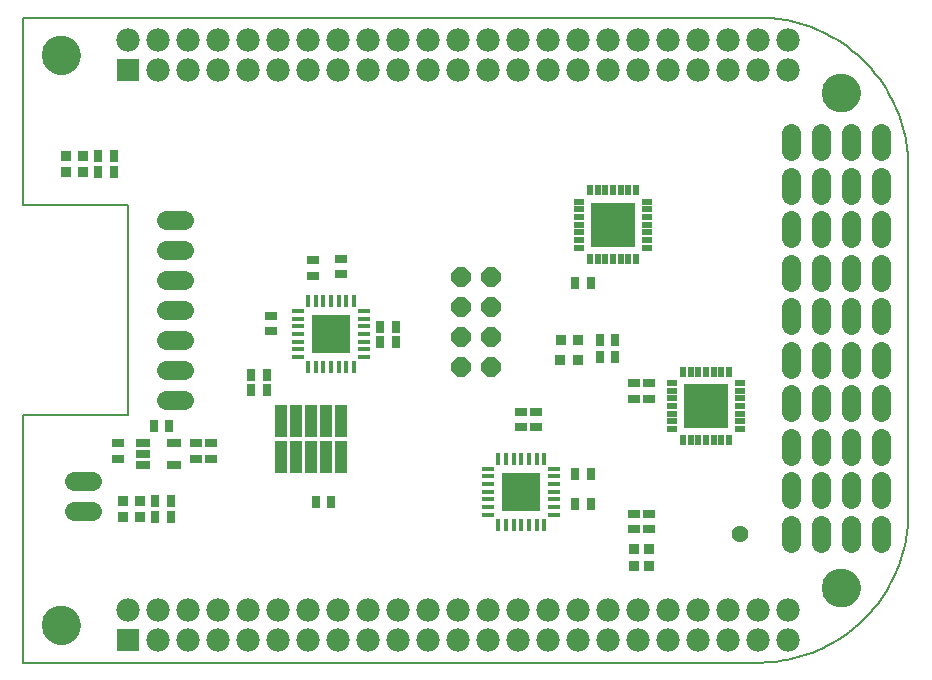
<source format=gts>
G75*
%MOIN*%
%OFA0B0*%
%FSLAX25Y25*%
%IPPOS*%
%LPD*%
%AMOC8*
5,1,8,0,0,1.08239X$1,22.5*
%
%ADD10C,0.00800*%
%ADD11C,0.06337*%
%ADD12R,0.03943X0.03156*%
%ADD13R,0.03156X0.03943*%
%ADD14R,0.03550X0.03550*%
%ADD15R,0.01800X0.04400*%
%ADD16R,0.04400X0.01800*%
%ADD17R,0.12500X0.12500*%
%ADD18R,0.03900X0.10900*%
%ADD19R,0.05124X0.02565*%
%ADD20C,0.00000*%
%ADD21C,0.12900*%
%ADD22R,0.07800X0.07800*%
%ADD23C,0.07800*%
%ADD24R,0.02100X0.03600*%
%ADD25R,0.03600X0.02100*%
%ADD26R,0.15000X0.15000*%
%ADD27C,0.06400*%
%ADD28OC8,0.06400*%
%ADD29C,0.05650*%
D10*
X0055400Y0026400D02*
X0300400Y0026400D01*
X0301608Y0026415D01*
X0302816Y0026458D01*
X0304022Y0026531D01*
X0305226Y0026633D01*
X0306427Y0026765D01*
X0307624Y0026925D01*
X0308818Y0027114D01*
X0310006Y0027331D01*
X0311189Y0027578D01*
X0312366Y0027853D01*
X0313535Y0028156D01*
X0314697Y0028488D01*
X0315851Y0028847D01*
X0316995Y0029234D01*
X0318130Y0029649D01*
X0319255Y0030091D01*
X0320368Y0030560D01*
X0321470Y0031056D01*
X0322560Y0031579D01*
X0323636Y0032127D01*
X0324699Y0032702D01*
X0325748Y0033302D01*
X0326782Y0033927D01*
X0327801Y0034576D01*
X0328803Y0035251D01*
X0329789Y0035949D01*
X0330758Y0036671D01*
X0331709Y0037416D01*
X0332642Y0038184D01*
X0333556Y0038974D01*
X0334451Y0039787D01*
X0335326Y0040620D01*
X0336180Y0041474D01*
X0337013Y0042349D01*
X0337826Y0043244D01*
X0338616Y0044158D01*
X0339384Y0045091D01*
X0340129Y0046042D01*
X0340851Y0047011D01*
X0341549Y0047997D01*
X0342224Y0048999D01*
X0342873Y0050018D01*
X0343498Y0051052D01*
X0344098Y0052101D01*
X0344673Y0053164D01*
X0345221Y0054240D01*
X0345744Y0055330D01*
X0346240Y0056432D01*
X0346709Y0057545D01*
X0347151Y0058670D01*
X0347566Y0059805D01*
X0347953Y0060949D01*
X0348312Y0062103D01*
X0348644Y0063265D01*
X0348947Y0064434D01*
X0349222Y0065611D01*
X0349469Y0066794D01*
X0349686Y0067982D01*
X0349875Y0069176D01*
X0350035Y0070373D01*
X0350167Y0071574D01*
X0350269Y0072778D01*
X0350342Y0073984D01*
X0350385Y0075192D01*
X0350400Y0076400D01*
X0350400Y0191400D01*
X0350385Y0192608D01*
X0350342Y0193816D01*
X0350269Y0195022D01*
X0350167Y0196226D01*
X0350035Y0197427D01*
X0349875Y0198624D01*
X0349686Y0199818D01*
X0349469Y0201006D01*
X0349222Y0202189D01*
X0348947Y0203366D01*
X0348644Y0204535D01*
X0348312Y0205697D01*
X0347953Y0206851D01*
X0347566Y0207995D01*
X0347151Y0209130D01*
X0346709Y0210255D01*
X0346240Y0211368D01*
X0345744Y0212470D01*
X0345221Y0213560D01*
X0344673Y0214636D01*
X0344098Y0215699D01*
X0343498Y0216748D01*
X0342873Y0217782D01*
X0342224Y0218801D01*
X0341549Y0219803D01*
X0340851Y0220789D01*
X0340129Y0221758D01*
X0339384Y0222709D01*
X0338616Y0223642D01*
X0337826Y0224556D01*
X0337013Y0225451D01*
X0336180Y0226326D01*
X0335326Y0227180D01*
X0334451Y0228013D01*
X0333556Y0228826D01*
X0332642Y0229616D01*
X0331709Y0230384D01*
X0330758Y0231129D01*
X0329789Y0231851D01*
X0328803Y0232549D01*
X0327801Y0233224D01*
X0326782Y0233873D01*
X0325748Y0234498D01*
X0324699Y0235098D01*
X0323636Y0235673D01*
X0322560Y0236221D01*
X0321470Y0236744D01*
X0320368Y0237240D01*
X0319255Y0237709D01*
X0318130Y0238151D01*
X0316995Y0238566D01*
X0315851Y0238953D01*
X0314697Y0239312D01*
X0313535Y0239644D01*
X0312366Y0239947D01*
X0311189Y0240222D01*
X0310006Y0240469D01*
X0308818Y0240686D01*
X0307624Y0240875D01*
X0306427Y0241035D01*
X0305226Y0241167D01*
X0304022Y0241269D01*
X0302816Y0241342D01*
X0301608Y0241385D01*
X0300400Y0241400D01*
X0055400Y0241400D01*
X0055400Y0178900D01*
X0090400Y0178900D01*
X0090400Y0108900D01*
X0055400Y0108900D01*
X0055400Y0026400D01*
D11*
X0102931Y0113900D02*
X0108869Y0113900D01*
X0108869Y0123900D02*
X0102931Y0123900D01*
X0102931Y0133900D02*
X0108869Y0133900D01*
X0108869Y0143900D02*
X0102931Y0143900D01*
X0102931Y0153900D02*
X0108869Y0153900D01*
X0108869Y0163900D02*
X0102931Y0163900D01*
X0102931Y0173900D02*
X0108869Y0173900D01*
D12*
X0151900Y0160459D03*
X0151900Y0155341D03*
X0161400Y0155841D03*
X0161400Y0160959D03*
X0137900Y0141959D03*
X0137900Y0136841D03*
X0117900Y0099459D03*
X0112900Y0099459D03*
X0112900Y0094341D03*
X0117900Y0094341D03*
X0086900Y0094341D03*
X0086900Y0099459D03*
X0221400Y0104841D03*
X0226400Y0104841D03*
X0226400Y0109959D03*
X0221400Y0109959D03*
X0258900Y0114341D03*
X0263900Y0114341D03*
X0263900Y0119459D03*
X0258900Y0119459D03*
X0258900Y0075959D03*
X0263900Y0075959D03*
X0263900Y0070841D03*
X0258900Y0070841D03*
D13*
X0244459Y0079400D03*
X0239341Y0079400D03*
X0239341Y0089400D03*
X0244459Y0089400D03*
X0247591Y0128150D03*
X0252709Y0128150D03*
X0252709Y0133900D03*
X0247591Y0133900D03*
X0244459Y0152900D03*
X0239341Y0152900D03*
X0179459Y0138400D03*
X0174341Y0138400D03*
X0174341Y0133400D03*
X0179459Y0133400D03*
X0136459Y0122400D03*
X0131341Y0122400D03*
X0131341Y0117400D03*
X0136459Y0117400D03*
X0103959Y0105400D03*
X0098841Y0105400D03*
X0099341Y0080400D03*
X0104459Y0080400D03*
X0104459Y0074900D03*
X0099341Y0074900D03*
X0152841Y0079900D03*
X0157959Y0079900D03*
X0085459Y0189900D03*
X0080341Y0189900D03*
X0080341Y0195400D03*
X0085459Y0195400D03*
D14*
X0075353Y0195400D03*
X0069447Y0195400D03*
X0069447Y0189900D03*
X0075353Y0189900D03*
X0088447Y0080400D03*
X0088447Y0074900D03*
X0094353Y0074900D03*
X0094353Y0080400D03*
X0234197Y0127150D03*
X0240103Y0127150D03*
X0240353Y0133900D03*
X0234447Y0133900D03*
X0258900Y0064353D03*
X0263900Y0064353D03*
X0263900Y0058447D03*
X0258900Y0058447D03*
D15*
X0229100Y0072400D03*
X0226500Y0072400D03*
X0224000Y0072400D03*
X0221400Y0072400D03*
X0218800Y0072400D03*
X0216300Y0072400D03*
X0213700Y0072400D03*
X0213700Y0094400D03*
X0216300Y0094400D03*
X0218800Y0094400D03*
X0221400Y0094400D03*
X0224000Y0094400D03*
X0226500Y0094400D03*
X0229100Y0094400D03*
X0165600Y0124900D03*
X0163000Y0124900D03*
X0160500Y0124900D03*
X0157900Y0124900D03*
X0155300Y0124900D03*
X0152800Y0124900D03*
X0150200Y0124900D03*
X0150200Y0146900D03*
X0152800Y0146900D03*
X0155300Y0146900D03*
X0157900Y0146900D03*
X0160500Y0146900D03*
X0163000Y0146900D03*
X0165600Y0146900D03*
D16*
X0168900Y0143600D03*
X0168900Y0141000D03*
X0168900Y0138500D03*
X0168900Y0135900D03*
X0168900Y0133300D03*
X0168900Y0130800D03*
X0168900Y0128200D03*
X0146900Y0128200D03*
X0146900Y0130800D03*
X0146900Y0133300D03*
X0146900Y0135900D03*
X0146900Y0138500D03*
X0146900Y0141000D03*
X0146900Y0143600D03*
X0210400Y0091100D03*
X0210400Y0088500D03*
X0210400Y0086000D03*
X0210400Y0083400D03*
X0210400Y0080800D03*
X0210400Y0078300D03*
X0210400Y0075700D03*
X0232400Y0075700D03*
X0232400Y0078300D03*
X0232400Y0080800D03*
X0232400Y0083400D03*
X0232400Y0086000D03*
X0232400Y0088500D03*
X0232400Y0091100D03*
D17*
X0221400Y0083400D03*
X0157900Y0135900D03*
D18*
X0156400Y0106900D03*
X0151400Y0106900D03*
X0146400Y0106900D03*
X0141400Y0106900D03*
X0141400Y0094900D03*
X0146400Y0094900D03*
X0151400Y0094900D03*
X0156400Y0094900D03*
X0161400Y0094900D03*
X0161400Y0106900D03*
D19*
X0105518Y0099640D03*
X0105518Y0092160D03*
X0095282Y0092160D03*
X0095282Y0095900D03*
X0095282Y0099640D03*
D20*
X0061650Y0038900D02*
X0061652Y0039058D01*
X0061658Y0039215D01*
X0061668Y0039373D01*
X0061682Y0039530D01*
X0061700Y0039686D01*
X0061721Y0039843D01*
X0061747Y0039998D01*
X0061777Y0040153D01*
X0061810Y0040307D01*
X0061848Y0040460D01*
X0061889Y0040613D01*
X0061934Y0040764D01*
X0061983Y0040914D01*
X0062036Y0041062D01*
X0062092Y0041210D01*
X0062153Y0041355D01*
X0062216Y0041500D01*
X0062284Y0041642D01*
X0062355Y0041783D01*
X0062429Y0041922D01*
X0062507Y0042059D01*
X0062589Y0042194D01*
X0062673Y0042327D01*
X0062762Y0042458D01*
X0062853Y0042586D01*
X0062948Y0042713D01*
X0063045Y0042836D01*
X0063146Y0042958D01*
X0063250Y0043076D01*
X0063357Y0043192D01*
X0063467Y0043305D01*
X0063579Y0043416D01*
X0063695Y0043523D01*
X0063813Y0043628D01*
X0063933Y0043730D01*
X0064056Y0043828D01*
X0064182Y0043924D01*
X0064310Y0044016D01*
X0064440Y0044105D01*
X0064572Y0044191D01*
X0064707Y0044273D01*
X0064844Y0044352D01*
X0064982Y0044427D01*
X0065122Y0044499D01*
X0065265Y0044567D01*
X0065408Y0044632D01*
X0065554Y0044693D01*
X0065701Y0044750D01*
X0065849Y0044804D01*
X0065999Y0044854D01*
X0066149Y0044900D01*
X0066301Y0044942D01*
X0066454Y0044981D01*
X0066608Y0045015D01*
X0066763Y0045046D01*
X0066918Y0045072D01*
X0067074Y0045095D01*
X0067231Y0045114D01*
X0067388Y0045129D01*
X0067545Y0045140D01*
X0067703Y0045147D01*
X0067861Y0045150D01*
X0068018Y0045149D01*
X0068176Y0045144D01*
X0068333Y0045135D01*
X0068491Y0045122D01*
X0068647Y0045105D01*
X0068804Y0045084D01*
X0068959Y0045060D01*
X0069114Y0045031D01*
X0069269Y0044998D01*
X0069422Y0044962D01*
X0069575Y0044921D01*
X0069726Y0044877D01*
X0069876Y0044829D01*
X0070025Y0044778D01*
X0070173Y0044722D01*
X0070319Y0044663D01*
X0070464Y0044600D01*
X0070607Y0044533D01*
X0070748Y0044463D01*
X0070887Y0044390D01*
X0071025Y0044313D01*
X0071161Y0044232D01*
X0071294Y0044148D01*
X0071425Y0044061D01*
X0071554Y0043970D01*
X0071681Y0043876D01*
X0071806Y0043779D01*
X0071927Y0043679D01*
X0072047Y0043576D01*
X0072163Y0043470D01*
X0072277Y0043361D01*
X0072389Y0043249D01*
X0072497Y0043135D01*
X0072602Y0043017D01*
X0072705Y0042897D01*
X0072804Y0042775D01*
X0072900Y0042650D01*
X0072993Y0042522D01*
X0073083Y0042393D01*
X0073169Y0042261D01*
X0073253Y0042127D01*
X0073332Y0041991D01*
X0073409Y0041853D01*
X0073481Y0041713D01*
X0073550Y0041571D01*
X0073616Y0041428D01*
X0073678Y0041283D01*
X0073736Y0041136D01*
X0073791Y0040988D01*
X0073842Y0040839D01*
X0073889Y0040688D01*
X0073932Y0040537D01*
X0073971Y0040384D01*
X0074007Y0040230D01*
X0074038Y0040076D01*
X0074066Y0039921D01*
X0074090Y0039765D01*
X0074110Y0039608D01*
X0074126Y0039451D01*
X0074138Y0039294D01*
X0074146Y0039137D01*
X0074150Y0038979D01*
X0074150Y0038821D01*
X0074146Y0038663D01*
X0074138Y0038506D01*
X0074126Y0038349D01*
X0074110Y0038192D01*
X0074090Y0038035D01*
X0074066Y0037879D01*
X0074038Y0037724D01*
X0074007Y0037570D01*
X0073971Y0037416D01*
X0073932Y0037263D01*
X0073889Y0037112D01*
X0073842Y0036961D01*
X0073791Y0036812D01*
X0073736Y0036664D01*
X0073678Y0036517D01*
X0073616Y0036372D01*
X0073550Y0036229D01*
X0073481Y0036087D01*
X0073409Y0035947D01*
X0073332Y0035809D01*
X0073253Y0035673D01*
X0073169Y0035539D01*
X0073083Y0035407D01*
X0072993Y0035278D01*
X0072900Y0035150D01*
X0072804Y0035025D01*
X0072705Y0034903D01*
X0072602Y0034783D01*
X0072497Y0034665D01*
X0072389Y0034551D01*
X0072277Y0034439D01*
X0072163Y0034330D01*
X0072047Y0034224D01*
X0071927Y0034121D01*
X0071806Y0034021D01*
X0071681Y0033924D01*
X0071554Y0033830D01*
X0071425Y0033739D01*
X0071294Y0033652D01*
X0071161Y0033568D01*
X0071025Y0033487D01*
X0070887Y0033410D01*
X0070748Y0033337D01*
X0070607Y0033267D01*
X0070464Y0033200D01*
X0070319Y0033137D01*
X0070173Y0033078D01*
X0070025Y0033022D01*
X0069876Y0032971D01*
X0069726Y0032923D01*
X0069575Y0032879D01*
X0069422Y0032838D01*
X0069269Y0032802D01*
X0069114Y0032769D01*
X0068959Y0032740D01*
X0068804Y0032716D01*
X0068647Y0032695D01*
X0068491Y0032678D01*
X0068333Y0032665D01*
X0068176Y0032656D01*
X0068018Y0032651D01*
X0067861Y0032650D01*
X0067703Y0032653D01*
X0067545Y0032660D01*
X0067388Y0032671D01*
X0067231Y0032686D01*
X0067074Y0032705D01*
X0066918Y0032728D01*
X0066763Y0032754D01*
X0066608Y0032785D01*
X0066454Y0032819D01*
X0066301Y0032858D01*
X0066149Y0032900D01*
X0065999Y0032946D01*
X0065849Y0032996D01*
X0065701Y0033050D01*
X0065554Y0033107D01*
X0065408Y0033168D01*
X0065265Y0033233D01*
X0065122Y0033301D01*
X0064982Y0033373D01*
X0064844Y0033448D01*
X0064707Y0033527D01*
X0064572Y0033609D01*
X0064440Y0033695D01*
X0064310Y0033784D01*
X0064182Y0033876D01*
X0064056Y0033972D01*
X0063933Y0034070D01*
X0063813Y0034172D01*
X0063695Y0034277D01*
X0063579Y0034384D01*
X0063467Y0034495D01*
X0063357Y0034608D01*
X0063250Y0034724D01*
X0063146Y0034842D01*
X0063045Y0034964D01*
X0062948Y0035087D01*
X0062853Y0035214D01*
X0062762Y0035342D01*
X0062673Y0035473D01*
X0062589Y0035606D01*
X0062507Y0035741D01*
X0062429Y0035878D01*
X0062355Y0036017D01*
X0062284Y0036158D01*
X0062216Y0036300D01*
X0062153Y0036445D01*
X0062092Y0036590D01*
X0062036Y0036738D01*
X0061983Y0036886D01*
X0061934Y0037036D01*
X0061889Y0037187D01*
X0061848Y0037340D01*
X0061810Y0037493D01*
X0061777Y0037647D01*
X0061747Y0037802D01*
X0061721Y0037957D01*
X0061700Y0038114D01*
X0061682Y0038270D01*
X0061668Y0038427D01*
X0061658Y0038585D01*
X0061652Y0038742D01*
X0061650Y0038900D01*
X0061650Y0228900D02*
X0061652Y0229058D01*
X0061658Y0229215D01*
X0061668Y0229373D01*
X0061682Y0229530D01*
X0061700Y0229686D01*
X0061721Y0229843D01*
X0061747Y0229998D01*
X0061777Y0230153D01*
X0061810Y0230307D01*
X0061848Y0230460D01*
X0061889Y0230613D01*
X0061934Y0230764D01*
X0061983Y0230914D01*
X0062036Y0231062D01*
X0062092Y0231210D01*
X0062153Y0231355D01*
X0062216Y0231500D01*
X0062284Y0231642D01*
X0062355Y0231783D01*
X0062429Y0231922D01*
X0062507Y0232059D01*
X0062589Y0232194D01*
X0062673Y0232327D01*
X0062762Y0232458D01*
X0062853Y0232586D01*
X0062948Y0232713D01*
X0063045Y0232836D01*
X0063146Y0232958D01*
X0063250Y0233076D01*
X0063357Y0233192D01*
X0063467Y0233305D01*
X0063579Y0233416D01*
X0063695Y0233523D01*
X0063813Y0233628D01*
X0063933Y0233730D01*
X0064056Y0233828D01*
X0064182Y0233924D01*
X0064310Y0234016D01*
X0064440Y0234105D01*
X0064572Y0234191D01*
X0064707Y0234273D01*
X0064844Y0234352D01*
X0064982Y0234427D01*
X0065122Y0234499D01*
X0065265Y0234567D01*
X0065408Y0234632D01*
X0065554Y0234693D01*
X0065701Y0234750D01*
X0065849Y0234804D01*
X0065999Y0234854D01*
X0066149Y0234900D01*
X0066301Y0234942D01*
X0066454Y0234981D01*
X0066608Y0235015D01*
X0066763Y0235046D01*
X0066918Y0235072D01*
X0067074Y0235095D01*
X0067231Y0235114D01*
X0067388Y0235129D01*
X0067545Y0235140D01*
X0067703Y0235147D01*
X0067861Y0235150D01*
X0068018Y0235149D01*
X0068176Y0235144D01*
X0068333Y0235135D01*
X0068491Y0235122D01*
X0068647Y0235105D01*
X0068804Y0235084D01*
X0068959Y0235060D01*
X0069114Y0235031D01*
X0069269Y0234998D01*
X0069422Y0234962D01*
X0069575Y0234921D01*
X0069726Y0234877D01*
X0069876Y0234829D01*
X0070025Y0234778D01*
X0070173Y0234722D01*
X0070319Y0234663D01*
X0070464Y0234600D01*
X0070607Y0234533D01*
X0070748Y0234463D01*
X0070887Y0234390D01*
X0071025Y0234313D01*
X0071161Y0234232D01*
X0071294Y0234148D01*
X0071425Y0234061D01*
X0071554Y0233970D01*
X0071681Y0233876D01*
X0071806Y0233779D01*
X0071927Y0233679D01*
X0072047Y0233576D01*
X0072163Y0233470D01*
X0072277Y0233361D01*
X0072389Y0233249D01*
X0072497Y0233135D01*
X0072602Y0233017D01*
X0072705Y0232897D01*
X0072804Y0232775D01*
X0072900Y0232650D01*
X0072993Y0232522D01*
X0073083Y0232393D01*
X0073169Y0232261D01*
X0073253Y0232127D01*
X0073332Y0231991D01*
X0073409Y0231853D01*
X0073481Y0231713D01*
X0073550Y0231571D01*
X0073616Y0231428D01*
X0073678Y0231283D01*
X0073736Y0231136D01*
X0073791Y0230988D01*
X0073842Y0230839D01*
X0073889Y0230688D01*
X0073932Y0230537D01*
X0073971Y0230384D01*
X0074007Y0230230D01*
X0074038Y0230076D01*
X0074066Y0229921D01*
X0074090Y0229765D01*
X0074110Y0229608D01*
X0074126Y0229451D01*
X0074138Y0229294D01*
X0074146Y0229137D01*
X0074150Y0228979D01*
X0074150Y0228821D01*
X0074146Y0228663D01*
X0074138Y0228506D01*
X0074126Y0228349D01*
X0074110Y0228192D01*
X0074090Y0228035D01*
X0074066Y0227879D01*
X0074038Y0227724D01*
X0074007Y0227570D01*
X0073971Y0227416D01*
X0073932Y0227263D01*
X0073889Y0227112D01*
X0073842Y0226961D01*
X0073791Y0226812D01*
X0073736Y0226664D01*
X0073678Y0226517D01*
X0073616Y0226372D01*
X0073550Y0226229D01*
X0073481Y0226087D01*
X0073409Y0225947D01*
X0073332Y0225809D01*
X0073253Y0225673D01*
X0073169Y0225539D01*
X0073083Y0225407D01*
X0072993Y0225278D01*
X0072900Y0225150D01*
X0072804Y0225025D01*
X0072705Y0224903D01*
X0072602Y0224783D01*
X0072497Y0224665D01*
X0072389Y0224551D01*
X0072277Y0224439D01*
X0072163Y0224330D01*
X0072047Y0224224D01*
X0071927Y0224121D01*
X0071806Y0224021D01*
X0071681Y0223924D01*
X0071554Y0223830D01*
X0071425Y0223739D01*
X0071294Y0223652D01*
X0071161Y0223568D01*
X0071025Y0223487D01*
X0070887Y0223410D01*
X0070748Y0223337D01*
X0070607Y0223267D01*
X0070464Y0223200D01*
X0070319Y0223137D01*
X0070173Y0223078D01*
X0070025Y0223022D01*
X0069876Y0222971D01*
X0069726Y0222923D01*
X0069575Y0222879D01*
X0069422Y0222838D01*
X0069269Y0222802D01*
X0069114Y0222769D01*
X0068959Y0222740D01*
X0068804Y0222716D01*
X0068647Y0222695D01*
X0068491Y0222678D01*
X0068333Y0222665D01*
X0068176Y0222656D01*
X0068018Y0222651D01*
X0067861Y0222650D01*
X0067703Y0222653D01*
X0067545Y0222660D01*
X0067388Y0222671D01*
X0067231Y0222686D01*
X0067074Y0222705D01*
X0066918Y0222728D01*
X0066763Y0222754D01*
X0066608Y0222785D01*
X0066454Y0222819D01*
X0066301Y0222858D01*
X0066149Y0222900D01*
X0065999Y0222946D01*
X0065849Y0222996D01*
X0065701Y0223050D01*
X0065554Y0223107D01*
X0065408Y0223168D01*
X0065265Y0223233D01*
X0065122Y0223301D01*
X0064982Y0223373D01*
X0064844Y0223448D01*
X0064707Y0223527D01*
X0064572Y0223609D01*
X0064440Y0223695D01*
X0064310Y0223784D01*
X0064182Y0223876D01*
X0064056Y0223972D01*
X0063933Y0224070D01*
X0063813Y0224172D01*
X0063695Y0224277D01*
X0063579Y0224384D01*
X0063467Y0224495D01*
X0063357Y0224608D01*
X0063250Y0224724D01*
X0063146Y0224842D01*
X0063045Y0224964D01*
X0062948Y0225087D01*
X0062853Y0225214D01*
X0062762Y0225342D01*
X0062673Y0225473D01*
X0062589Y0225606D01*
X0062507Y0225741D01*
X0062429Y0225878D01*
X0062355Y0226017D01*
X0062284Y0226158D01*
X0062216Y0226300D01*
X0062153Y0226445D01*
X0062092Y0226590D01*
X0062036Y0226738D01*
X0061983Y0226886D01*
X0061934Y0227036D01*
X0061889Y0227187D01*
X0061848Y0227340D01*
X0061810Y0227493D01*
X0061777Y0227647D01*
X0061747Y0227802D01*
X0061721Y0227957D01*
X0061700Y0228114D01*
X0061682Y0228270D01*
X0061668Y0228427D01*
X0061658Y0228585D01*
X0061652Y0228742D01*
X0061650Y0228900D01*
X0321650Y0216400D02*
X0321652Y0216558D01*
X0321658Y0216715D01*
X0321668Y0216873D01*
X0321682Y0217030D01*
X0321700Y0217186D01*
X0321721Y0217343D01*
X0321747Y0217498D01*
X0321777Y0217653D01*
X0321810Y0217807D01*
X0321848Y0217960D01*
X0321889Y0218113D01*
X0321934Y0218264D01*
X0321983Y0218414D01*
X0322036Y0218562D01*
X0322092Y0218710D01*
X0322153Y0218855D01*
X0322216Y0219000D01*
X0322284Y0219142D01*
X0322355Y0219283D01*
X0322429Y0219422D01*
X0322507Y0219559D01*
X0322589Y0219694D01*
X0322673Y0219827D01*
X0322762Y0219958D01*
X0322853Y0220086D01*
X0322948Y0220213D01*
X0323045Y0220336D01*
X0323146Y0220458D01*
X0323250Y0220576D01*
X0323357Y0220692D01*
X0323467Y0220805D01*
X0323579Y0220916D01*
X0323695Y0221023D01*
X0323813Y0221128D01*
X0323933Y0221230D01*
X0324056Y0221328D01*
X0324182Y0221424D01*
X0324310Y0221516D01*
X0324440Y0221605D01*
X0324572Y0221691D01*
X0324707Y0221773D01*
X0324844Y0221852D01*
X0324982Y0221927D01*
X0325122Y0221999D01*
X0325265Y0222067D01*
X0325408Y0222132D01*
X0325554Y0222193D01*
X0325701Y0222250D01*
X0325849Y0222304D01*
X0325999Y0222354D01*
X0326149Y0222400D01*
X0326301Y0222442D01*
X0326454Y0222481D01*
X0326608Y0222515D01*
X0326763Y0222546D01*
X0326918Y0222572D01*
X0327074Y0222595D01*
X0327231Y0222614D01*
X0327388Y0222629D01*
X0327545Y0222640D01*
X0327703Y0222647D01*
X0327861Y0222650D01*
X0328018Y0222649D01*
X0328176Y0222644D01*
X0328333Y0222635D01*
X0328491Y0222622D01*
X0328647Y0222605D01*
X0328804Y0222584D01*
X0328959Y0222560D01*
X0329114Y0222531D01*
X0329269Y0222498D01*
X0329422Y0222462D01*
X0329575Y0222421D01*
X0329726Y0222377D01*
X0329876Y0222329D01*
X0330025Y0222278D01*
X0330173Y0222222D01*
X0330319Y0222163D01*
X0330464Y0222100D01*
X0330607Y0222033D01*
X0330748Y0221963D01*
X0330887Y0221890D01*
X0331025Y0221813D01*
X0331161Y0221732D01*
X0331294Y0221648D01*
X0331425Y0221561D01*
X0331554Y0221470D01*
X0331681Y0221376D01*
X0331806Y0221279D01*
X0331927Y0221179D01*
X0332047Y0221076D01*
X0332163Y0220970D01*
X0332277Y0220861D01*
X0332389Y0220749D01*
X0332497Y0220635D01*
X0332602Y0220517D01*
X0332705Y0220397D01*
X0332804Y0220275D01*
X0332900Y0220150D01*
X0332993Y0220022D01*
X0333083Y0219893D01*
X0333169Y0219761D01*
X0333253Y0219627D01*
X0333332Y0219491D01*
X0333409Y0219353D01*
X0333481Y0219213D01*
X0333550Y0219071D01*
X0333616Y0218928D01*
X0333678Y0218783D01*
X0333736Y0218636D01*
X0333791Y0218488D01*
X0333842Y0218339D01*
X0333889Y0218188D01*
X0333932Y0218037D01*
X0333971Y0217884D01*
X0334007Y0217730D01*
X0334038Y0217576D01*
X0334066Y0217421D01*
X0334090Y0217265D01*
X0334110Y0217108D01*
X0334126Y0216951D01*
X0334138Y0216794D01*
X0334146Y0216637D01*
X0334150Y0216479D01*
X0334150Y0216321D01*
X0334146Y0216163D01*
X0334138Y0216006D01*
X0334126Y0215849D01*
X0334110Y0215692D01*
X0334090Y0215535D01*
X0334066Y0215379D01*
X0334038Y0215224D01*
X0334007Y0215070D01*
X0333971Y0214916D01*
X0333932Y0214763D01*
X0333889Y0214612D01*
X0333842Y0214461D01*
X0333791Y0214312D01*
X0333736Y0214164D01*
X0333678Y0214017D01*
X0333616Y0213872D01*
X0333550Y0213729D01*
X0333481Y0213587D01*
X0333409Y0213447D01*
X0333332Y0213309D01*
X0333253Y0213173D01*
X0333169Y0213039D01*
X0333083Y0212907D01*
X0332993Y0212778D01*
X0332900Y0212650D01*
X0332804Y0212525D01*
X0332705Y0212403D01*
X0332602Y0212283D01*
X0332497Y0212165D01*
X0332389Y0212051D01*
X0332277Y0211939D01*
X0332163Y0211830D01*
X0332047Y0211724D01*
X0331927Y0211621D01*
X0331806Y0211521D01*
X0331681Y0211424D01*
X0331554Y0211330D01*
X0331425Y0211239D01*
X0331294Y0211152D01*
X0331161Y0211068D01*
X0331025Y0210987D01*
X0330887Y0210910D01*
X0330748Y0210837D01*
X0330607Y0210767D01*
X0330464Y0210700D01*
X0330319Y0210637D01*
X0330173Y0210578D01*
X0330025Y0210522D01*
X0329876Y0210471D01*
X0329726Y0210423D01*
X0329575Y0210379D01*
X0329422Y0210338D01*
X0329269Y0210302D01*
X0329114Y0210269D01*
X0328959Y0210240D01*
X0328804Y0210216D01*
X0328647Y0210195D01*
X0328491Y0210178D01*
X0328333Y0210165D01*
X0328176Y0210156D01*
X0328018Y0210151D01*
X0327861Y0210150D01*
X0327703Y0210153D01*
X0327545Y0210160D01*
X0327388Y0210171D01*
X0327231Y0210186D01*
X0327074Y0210205D01*
X0326918Y0210228D01*
X0326763Y0210254D01*
X0326608Y0210285D01*
X0326454Y0210319D01*
X0326301Y0210358D01*
X0326149Y0210400D01*
X0325999Y0210446D01*
X0325849Y0210496D01*
X0325701Y0210550D01*
X0325554Y0210607D01*
X0325408Y0210668D01*
X0325265Y0210733D01*
X0325122Y0210801D01*
X0324982Y0210873D01*
X0324844Y0210948D01*
X0324707Y0211027D01*
X0324572Y0211109D01*
X0324440Y0211195D01*
X0324310Y0211284D01*
X0324182Y0211376D01*
X0324056Y0211472D01*
X0323933Y0211570D01*
X0323813Y0211672D01*
X0323695Y0211777D01*
X0323579Y0211884D01*
X0323467Y0211995D01*
X0323357Y0212108D01*
X0323250Y0212224D01*
X0323146Y0212342D01*
X0323045Y0212464D01*
X0322948Y0212587D01*
X0322853Y0212714D01*
X0322762Y0212842D01*
X0322673Y0212973D01*
X0322589Y0213106D01*
X0322507Y0213241D01*
X0322429Y0213378D01*
X0322355Y0213517D01*
X0322284Y0213658D01*
X0322216Y0213800D01*
X0322153Y0213945D01*
X0322092Y0214090D01*
X0322036Y0214238D01*
X0321983Y0214386D01*
X0321934Y0214536D01*
X0321889Y0214687D01*
X0321848Y0214840D01*
X0321810Y0214993D01*
X0321777Y0215147D01*
X0321747Y0215302D01*
X0321721Y0215457D01*
X0321700Y0215614D01*
X0321682Y0215770D01*
X0321668Y0215927D01*
X0321658Y0216085D01*
X0321652Y0216242D01*
X0321650Y0216400D01*
X0321650Y0051400D02*
X0321652Y0051558D01*
X0321658Y0051715D01*
X0321668Y0051873D01*
X0321682Y0052030D01*
X0321700Y0052186D01*
X0321721Y0052343D01*
X0321747Y0052498D01*
X0321777Y0052653D01*
X0321810Y0052807D01*
X0321848Y0052960D01*
X0321889Y0053113D01*
X0321934Y0053264D01*
X0321983Y0053414D01*
X0322036Y0053562D01*
X0322092Y0053710D01*
X0322153Y0053855D01*
X0322216Y0054000D01*
X0322284Y0054142D01*
X0322355Y0054283D01*
X0322429Y0054422D01*
X0322507Y0054559D01*
X0322589Y0054694D01*
X0322673Y0054827D01*
X0322762Y0054958D01*
X0322853Y0055086D01*
X0322948Y0055213D01*
X0323045Y0055336D01*
X0323146Y0055458D01*
X0323250Y0055576D01*
X0323357Y0055692D01*
X0323467Y0055805D01*
X0323579Y0055916D01*
X0323695Y0056023D01*
X0323813Y0056128D01*
X0323933Y0056230D01*
X0324056Y0056328D01*
X0324182Y0056424D01*
X0324310Y0056516D01*
X0324440Y0056605D01*
X0324572Y0056691D01*
X0324707Y0056773D01*
X0324844Y0056852D01*
X0324982Y0056927D01*
X0325122Y0056999D01*
X0325265Y0057067D01*
X0325408Y0057132D01*
X0325554Y0057193D01*
X0325701Y0057250D01*
X0325849Y0057304D01*
X0325999Y0057354D01*
X0326149Y0057400D01*
X0326301Y0057442D01*
X0326454Y0057481D01*
X0326608Y0057515D01*
X0326763Y0057546D01*
X0326918Y0057572D01*
X0327074Y0057595D01*
X0327231Y0057614D01*
X0327388Y0057629D01*
X0327545Y0057640D01*
X0327703Y0057647D01*
X0327861Y0057650D01*
X0328018Y0057649D01*
X0328176Y0057644D01*
X0328333Y0057635D01*
X0328491Y0057622D01*
X0328647Y0057605D01*
X0328804Y0057584D01*
X0328959Y0057560D01*
X0329114Y0057531D01*
X0329269Y0057498D01*
X0329422Y0057462D01*
X0329575Y0057421D01*
X0329726Y0057377D01*
X0329876Y0057329D01*
X0330025Y0057278D01*
X0330173Y0057222D01*
X0330319Y0057163D01*
X0330464Y0057100D01*
X0330607Y0057033D01*
X0330748Y0056963D01*
X0330887Y0056890D01*
X0331025Y0056813D01*
X0331161Y0056732D01*
X0331294Y0056648D01*
X0331425Y0056561D01*
X0331554Y0056470D01*
X0331681Y0056376D01*
X0331806Y0056279D01*
X0331927Y0056179D01*
X0332047Y0056076D01*
X0332163Y0055970D01*
X0332277Y0055861D01*
X0332389Y0055749D01*
X0332497Y0055635D01*
X0332602Y0055517D01*
X0332705Y0055397D01*
X0332804Y0055275D01*
X0332900Y0055150D01*
X0332993Y0055022D01*
X0333083Y0054893D01*
X0333169Y0054761D01*
X0333253Y0054627D01*
X0333332Y0054491D01*
X0333409Y0054353D01*
X0333481Y0054213D01*
X0333550Y0054071D01*
X0333616Y0053928D01*
X0333678Y0053783D01*
X0333736Y0053636D01*
X0333791Y0053488D01*
X0333842Y0053339D01*
X0333889Y0053188D01*
X0333932Y0053037D01*
X0333971Y0052884D01*
X0334007Y0052730D01*
X0334038Y0052576D01*
X0334066Y0052421D01*
X0334090Y0052265D01*
X0334110Y0052108D01*
X0334126Y0051951D01*
X0334138Y0051794D01*
X0334146Y0051637D01*
X0334150Y0051479D01*
X0334150Y0051321D01*
X0334146Y0051163D01*
X0334138Y0051006D01*
X0334126Y0050849D01*
X0334110Y0050692D01*
X0334090Y0050535D01*
X0334066Y0050379D01*
X0334038Y0050224D01*
X0334007Y0050070D01*
X0333971Y0049916D01*
X0333932Y0049763D01*
X0333889Y0049612D01*
X0333842Y0049461D01*
X0333791Y0049312D01*
X0333736Y0049164D01*
X0333678Y0049017D01*
X0333616Y0048872D01*
X0333550Y0048729D01*
X0333481Y0048587D01*
X0333409Y0048447D01*
X0333332Y0048309D01*
X0333253Y0048173D01*
X0333169Y0048039D01*
X0333083Y0047907D01*
X0332993Y0047778D01*
X0332900Y0047650D01*
X0332804Y0047525D01*
X0332705Y0047403D01*
X0332602Y0047283D01*
X0332497Y0047165D01*
X0332389Y0047051D01*
X0332277Y0046939D01*
X0332163Y0046830D01*
X0332047Y0046724D01*
X0331927Y0046621D01*
X0331806Y0046521D01*
X0331681Y0046424D01*
X0331554Y0046330D01*
X0331425Y0046239D01*
X0331294Y0046152D01*
X0331161Y0046068D01*
X0331025Y0045987D01*
X0330887Y0045910D01*
X0330748Y0045837D01*
X0330607Y0045767D01*
X0330464Y0045700D01*
X0330319Y0045637D01*
X0330173Y0045578D01*
X0330025Y0045522D01*
X0329876Y0045471D01*
X0329726Y0045423D01*
X0329575Y0045379D01*
X0329422Y0045338D01*
X0329269Y0045302D01*
X0329114Y0045269D01*
X0328959Y0045240D01*
X0328804Y0045216D01*
X0328647Y0045195D01*
X0328491Y0045178D01*
X0328333Y0045165D01*
X0328176Y0045156D01*
X0328018Y0045151D01*
X0327861Y0045150D01*
X0327703Y0045153D01*
X0327545Y0045160D01*
X0327388Y0045171D01*
X0327231Y0045186D01*
X0327074Y0045205D01*
X0326918Y0045228D01*
X0326763Y0045254D01*
X0326608Y0045285D01*
X0326454Y0045319D01*
X0326301Y0045358D01*
X0326149Y0045400D01*
X0325999Y0045446D01*
X0325849Y0045496D01*
X0325701Y0045550D01*
X0325554Y0045607D01*
X0325408Y0045668D01*
X0325265Y0045733D01*
X0325122Y0045801D01*
X0324982Y0045873D01*
X0324844Y0045948D01*
X0324707Y0046027D01*
X0324572Y0046109D01*
X0324440Y0046195D01*
X0324310Y0046284D01*
X0324182Y0046376D01*
X0324056Y0046472D01*
X0323933Y0046570D01*
X0323813Y0046672D01*
X0323695Y0046777D01*
X0323579Y0046884D01*
X0323467Y0046995D01*
X0323357Y0047108D01*
X0323250Y0047224D01*
X0323146Y0047342D01*
X0323045Y0047464D01*
X0322948Y0047587D01*
X0322853Y0047714D01*
X0322762Y0047842D01*
X0322673Y0047973D01*
X0322589Y0048106D01*
X0322507Y0048241D01*
X0322429Y0048378D01*
X0322355Y0048517D01*
X0322284Y0048658D01*
X0322216Y0048800D01*
X0322153Y0048945D01*
X0322092Y0049090D01*
X0322036Y0049238D01*
X0321983Y0049386D01*
X0321934Y0049536D01*
X0321889Y0049687D01*
X0321848Y0049840D01*
X0321810Y0049993D01*
X0321777Y0050147D01*
X0321747Y0050302D01*
X0321721Y0050457D01*
X0321700Y0050614D01*
X0321682Y0050770D01*
X0321668Y0050927D01*
X0321658Y0051085D01*
X0321652Y0051242D01*
X0321650Y0051400D01*
D21*
X0327900Y0051400D03*
X0327900Y0216400D03*
X0067900Y0228900D03*
X0067900Y0038900D03*
D22*
X0090400Y0033900D03*
X0090400Y0223900D03*
D23*
X0100400Y0223900D03*
X0110400Y0223900D03*
X0120400Y0223900D03*
X0130400Y0223900D03*
X0140400Y0223900D03*
X0150400Y0223900D03*
X0160400Y0223900D03*
X0170400Y0223900D03*
X0180400Y0223900D03*
X0190400Y0223900D03*
X0200400Y0223900D03*
X0210400Y0223900D03*
X0220400Y0223900D03*
X0230400Y0223900D03*
X0240400Y0223900D03*
X0250400Y0223900D03*
X0260400Y0223900D03*
X0270400Y0223900D03*
X0280400Y0223900D03*
X0290400Y0223900D03*
X0300400Y0223900D03*
X0310400Y0223900D03*
X0310400Y0233900D03*
X0300400Y0233900D03*
X0290400Y0233900D03*
X0280400Y0233900D03*
X0270400Y0233900D03*
X0260400Y0233900D03*
X0250400Y0233900D03*
X0240400Y0233900D03*
X0230400Y0233900D03*
X0220400Y0233900D03*
X0210400Y0233900D03*
X0200400Y0233900D03*
X0190400Y0233900D03*
X0180400Y0233900D03*
X0170400Y0233900D03*
X0160400Y0233900D03*
X0150400Y0233900D03*
X0140400Y0233900D03*
X0130400Y0233900D03*
X0120400Y0233900D03*
X0110400Y0233900D03*
X0100400Y0233900D03*
X0090400Y0233900D03*
X0090400Y0043900D03*
X0100400Y0043900D03*
X0110400Y0043900D03*
X0120400Y0043900D03*
X0130400Y0043900D03*
X0140400Y0043900D03*
X0150400Y0043900D03*
X0160400Y0043900D03*
X0170400Y0043900D03*
X0180400Y0043900D03*
X0190400Y0043900D03*
X0200400Y0043900D03*
X0210400Y0043900D03*
X0220400Y0043900D03*
X0230400Y0043900D03*
X0240400Y0043900D03*
X0250400Y0043900D03*
X0260400Y0043900D03*
X0270400Y0043900D03*
X0280400Y0043900D03*
X0290400Y0043900D03*
X0300400Y0043900D03*
X0310400Y0043900D03*
X0310400Y0033900D03*
X0300400Y0033900D03*
X0290400Y0033900D03*
X0280400Y0033900D03*
X0270400Y0033900D03*
X0260400Y0033900D03*
X0250400Y0033900D03*
X0240400Y0033900D03*
X0230400Y0033900D03*
X0220400Y0033900D03*
X0210400Y0033900D03*
X0200400Y0033900D03*
X0190400Y0033900D03*
X0180400Y0033900D03*
X0170400Y0033900D03*
X0160400Y0033900D03*
X0150400Y0033900D03*
X0140400Y0033900D03*
X0130400Y0033900D03*
X0120400Y0033900D03*
X0110400Y0033900D03*
X0100400Y0033900D03*
D24*
X0275200Y0100500D03*
X0277800Y0100500D03*
X0280300Y0100500D03*
X0282900Y0100500D03*
X0285500Y0100500D03*
X0288000Y0100500D03*
X0290600Y0100500D03*
X0290600Y0123300D03*
X0288000Y0123300D03*
X0285500Y0123300D03*
X0282900Y0123300D03*
X0280300Y0123300D03*
X0277800Y0123300D03*
X0275200Y0123300D03*
X0259600Y0161000D03*
X0257000Y0161000D03*
X0254500Y0161000D03*
X0251900Y0161000D03*
X0249300Y0161000D03*
X0246800Y0161000D03*
X0244200Y0161000D03*
X0244200Y0183800D03*
X0246800Y0183800D03*
X0249300Y0183800D03*
X0251900Y0183800D03*
X0254500Y0183800D03*
X0257000Y0183800D03*
X0259600Y0183800D03*
D25*
X0263300Y0180100D03*
X0263300Y0177500D03*
X0263300Y0175000D03*
X0263300Y0172400D03*
X0263300Y0169800D03*
X0263300Y0167300D03*
X0263300Y0164700D03*
X0240500Y0164700D03*
X0240500Y0167300D03*
X0240500Y0169800D03*
X0240500Y0172400D03*
X0240500Y0175000D03*
X0240500Y0177500D03*
X0240500Y0180100D03*
X0271500Y0119600D03*
X0271500Y0117000D03*
X0271500Y0114500D03*
X0271500Y0111900D03*
X0271500Y0109300D03*
X0271500Y0106800D03*
X0271500Y0104200D03*
X0294300Y0104200D03*
X0294300Y0106800D03*
X0294300Y0109300D03*
X0294300Y0111900D03*
X0294300Y0114500D03*
X0294300Y0117000D03*
X0294300Y0119600D03*
D26*
X0282900Y0111900D03*
X0251900Y0172400D03*
D27*
X0311400Y0173900D02*
X0311400Y0167900D01*
X0311400Y0159400D02*
X0311400Y0153400D01*
X0321400Y0153400D02*
X0321400Y0159400D01*
X0331400Y0159400D02*
X0331400Y0153400D01*
X0341400Y0153400D02*
X0341400Y0159400D01*
X0341400Y0167900D02*
X0341400Y0173900D01*
X0341400Y0182400D02*
X0341400Y0188400D01*
X0331400Y0188400D02*
X0331400Y0182400D01*
X0321400Y0182400D02*
X0321400Y0188400D01*
X0311400Y0188400D02*
X0311400Y0182400D01*
X0321400Y0173900D02*
X0321400Y0167900D01*
X0331400Y0167900D02*
X0331400Y0173900D01*
X0331400Y0196900D02*
X0331400Y0202900D01*
X0321400Y0202900D02*
X0321400Y0196900D01*
X0311400Y0196900D02*
X0311400Y0202900D01*
X0341400Y0202900D02*
X0341400Y0196900D01*
X0341400Y0144900D02*
X0341400Y0138900D01*
X0341400Y0130400D02*
X0341400Y0124400D01*
X0341400Y0115900D02*
X0341400Y0109900D01*
X0331400Y0109900D02*
X0331400Y0115900D01*
X0321400Y0115900D02*
X0321400Y0109900D01*
X0311400Y0109900D02*
X0311400Y0115900D01*
X0311400Y0124400D02*
X0311400Y0130400D01*
X0311400Y0138900D02*
X0311400Y0144900D01*
X0321400Y0144900D02*
X0321400Y0138900D01*
X0331400Y0138900D02*
X0331400Y0144900D01*
X0331400Y0130400D02*
X0331400Y0124400D01*
X0321400Y0124400D02*
X0321400Y0130400D01*
X0321400Y0101400D02*
X0321400Y0095400D01*
X0331400Y0095400D02*
X0331400Y0101400D01*
X0341400Y0101400D02*
X0341400Y0095400D01*
X0341400Y0086900D02*
X0341400Y0080900D01*
X0341400Y0072400D02*
X0341400Y0066400D01*
X0331400Y0066400D02*
X0331400Y0072400D01*
X0321400Y0072400D02*
X0321400Y0066400D01*
X0311400Y0066400D02*
X0311400Y0072400D01*
X0311400Y0080900D02*
X0311400Y0086900D01*
X0311400Y0095400D02*
X0311400Y0101400D01*
X0321400Y0086900D02*
X0321400Y0080900D01*
X0331400Y0080900D02*
X0331400Y0086900D01*
X0078400Y0086900D02*
X0072400Y0086900D01*
X0072400Y0076900D02*
X0078400Y0076900D01*
D28*
X0201400Y0124900D03*
X0211400Y0124900D03*
X0211400Y0134900D03*
X0201400Y0134900D03*
X0201400Y0144900D03*
X0211400Y0144900D03*
X0211400Y0154900D03*
X0201400Y0154900D03*
D29*
X0294400Y0069400D03*
M02*

</source>
